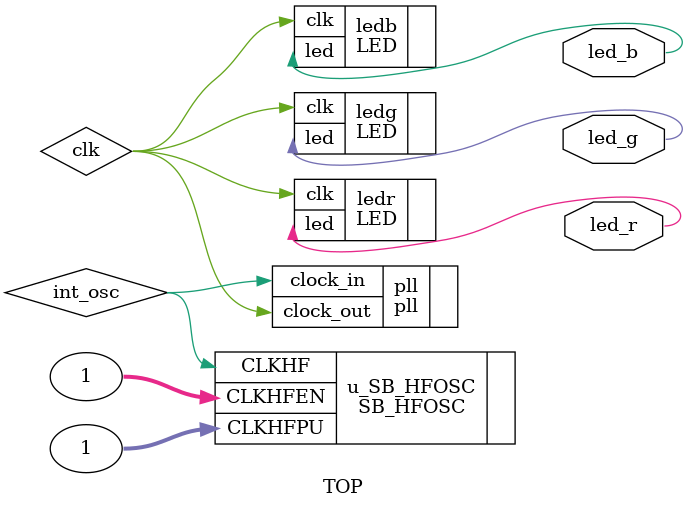
<source format=v>
`timescale 1ns/10ps;

module TOP
  (
   output wire led_r,
   output wire led_g,
   output wire led_b
  );


`ifdef SIM

   reg         clk = 0;
   always begin
      #(31);
      clk = ~clk;
   end 

   
   
`else // !`ifdef SIM
   
   wire        int_osc;
   wire clk;
   
   
   SB_HFOSC  u_SB_HFOSC(.CLKHFPU(32'd1), .CLKHFEN(32'd1), .CLKHF(int_osc));
   pll pll(.clock_in(int_osc), .clock_out(clk));
   

`endif // !`ifdef SIM


   LED #(.PERIOD(10)) ledr (.clk(clk), .led(led_r));
   LED #(.PERIOD(15)) ledg (.clk(clk), .led(led_g));
   LED #(.PERIOD(20)) ledb (.clk(clk), .led(led_b));

endmodule

</source>
